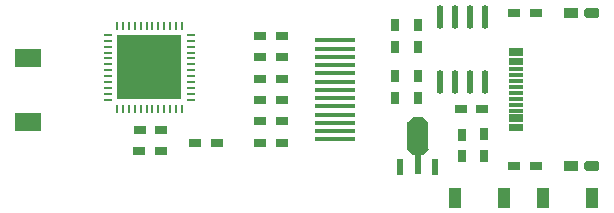
<source format=gtp>
G04*
G04 #@! TF.GenerationSoftware,Altium Limited,Altium Designer,21.8.1 (53)*
G04*
G04 Layer_Color=8421504*
%FSLAX25Y25*%
%MOIN*%
G70*
G04*
G04 #@! TF.SameCoordinates,F7FF72C4-72FB-41D8-A861-7DFCE6F03B73*
G04*
G04*
G04 #@! TF.FilePolarity,Positive*
G04*
G01*
G75*
%ADD15R,0.03150X0.04000*%
%ADD16R,0.04000X0.03150*%
%ADD17R,0.04000X0.03000*%
%ADD18R,0.03000X0.04000*%
%ADD19R,0.04528X0.01181*%
%ADD20R,0.04520X0.01180*%
%ADD21R,0.03937X0.06693*%
%ADD22O,0.02260X0.08014*%
G04:AMPARAMS|DCode=23|XSize=125mil|YSize=70mil|CornerRadius=0mil|HoleSize=0mil|Usage=FLASHONLY|Rotation=90.000|XOffset=0mil|YOffset=0mil|HoleType=Round|Shape=Octagon|*
%AMOCTAGOND23*
4,1,8,0.01750,0.06250,-0.01750,0.06250,-0.03500,0.04500,-0.03500,-0.04500,-0.01750,-0.06250,0.01750,-0.06250,0.03500,-0.04500,0.03500,0.04500,0.01750,0.06250,0.0*
%
%ADD23OCTAGOND23*%

%ADD24R,0.02362X0.05512*%
%ADD25R,0.02362X0.07087*%
%ADD26R,0.08661X0.05906*%
G04:AMPARAMS|DCode=27|XSize=50mil|YSize=35mil|CornerRadius=0mil|HoleSize=0mil|Usage=FLASHONLY|Rotation=0.000|XOffset=0mil|YOffset=0mil|HoleType=Round|Shape=Octagon|*
%AMOCTAGOND27*
4,1,8,0.02500,-0.00875,0.02500,0.00875,0.01625,0.01750,-0.01625,0.01750,-0.02500,0.00875,-0.02500,-0.00875,-0.01625,-0.01750,0.01625,-0.01750,0.02500,-0.00875,0.0*
%
%ADD27OCTAGOND27*%

%ADD28R,0.05000X0.03500*%
%ADD29R,0.13780X0.01575*%
%ADD30R,0.01102X0.03150*%
%ADD31R,0.03150X0.01102*%
%ADD32R,0.21260X0.21260*%
D15*
X574000Y211250D02*
D03*
Y203950D02*
D03*
X566600Y211250D02*
D03*
Y203950D02*
D03*
D16*
X528675Y193200D02*
D03*
X521375D02*
D03*
X613500Y164200D02*
D03*
X606200D02*
D03*
X528700Y186100D02*
D03*
X521400D02*
D03*
X507250Y171800D02*
D03*
X499950D02*
D03*
X528675Y200300D02*
D03*
X521375D02*
D03*
X613500Y215000D02*
D03*
X606200D02*
D03*
D17*
X595600Y183000D02*
D03*
X588300D02*
D03*
X521400Y171900D02*
D03*
X528700D02*
D03*
X481200Y169200D02*
D03*
X488500D02*
D03*
X528675Y207400D02*
D03*
X521375D02*
D03*
X481300Y176200D02*
D03*
X488600D02*
D03*
X528650Y179000D02*
D03*
X521350D02*
D03*
D18*
X566600Y194000D02*
D03*
Y186700D02*
D03*
X596200Y167350D02*
D03*
Y174650D02*
D03*
X574000Y194000D02*
D03*
Y186700D02*
D03*
X588800Y167300D02*
D03*
Y174600D02*
D03*
D19*
X606757Y202689D02*
D03*
Y201508D02*
D03*
X606756Y199540D02*
D03*
Y198358D02*
D03*
X606757Y196390D02*
D03*
Y192453D02*
D03*
X606763Y190484D02*
D03*
X606757Y188516D02*
D03*
X606764Y186546D02*
D03*
X606755Y184579D02*
D03*
X606773Y180642D02*
D03*
Y179461D02*
D03*
X606763Y177492D02*
D03*
Y176311D02*
D03*
D20*
X606757Y194421D02*
D03*
X606757Y182610D02*
D03*
D21*
X586332Y153500D02*
D03*
X602868D02*
D03*
X632268D02*
D03*
X615732D02*
D03*
D22*
X581620Y192103D02*
D03*
X586620D02*
D03*
X591620D02*
D03*
X596620D02*
D03*
X581620Y213897D02*
D03*
X586620D02*
D03*
X591620D02*
D03*
X596620D02*
D03*
D23*
X574000Y174000D02*
D03*
D24*
X568094Y163913D02*
D03*
X579906D02*
D03*
D25*
X574000Y164701D02*
D03*
D26*
X444000Y178909D02*
D03*
Y200091D02*
D03*
D27*
X632000Y164200D02*
D03*
Y215000D02*
D03*
D28*
X625000Y164200D02*
D03*
Y215000D02*
D03*
D29*
X546500Y172965D02*
D03*
D03*
Y175720D02*
D03*
Y178476D02*
D03*
Y181232D02*
D03*
Y183988D02*
D03*
Y186744D02*
D03*
Y189500D02*
D03*
Y192256D02*
D03*
Y195012D02*
D03*
Y197768D02*
D03*
Y200523D02*
D03*
Y203279D02*
D03*
Y206035D02*
D03*
D30*
X473800Y183241D02*
D03*
X475769Y183241D02*
D03*
X477737Y183241D02*
D03*
X479706Y183241D02*
D03*
X481674Y183241D02*
D03*
X483643Y183241D02*
D03*
X485611Y183241D02*
D03*
X487580Y183241D02*
D03*
X489548Y183241D02*
D03*
X491517Y183241D02*
D03*
X493485Y183241D02*
D03*
X495454Y183241D02*
D03*
X495454Y210800D02*
D03*
X493485Y210800D02*
D03*
X491517Y210800D02*
D03*
X489548Y210800D02*
D03*
X487580Y210800D02*
D03*
X485611Y210800D02*
D03*
X483643Y210801D02*
D03*
X481674Y210800D02*
D03*
X479706Y210801D02*
D03*
X477737Y210800D02*
D03*
X475769Y210801D02*
D03*
X473800Y210800D02*
D03*
D31*
X498407Y186195D02*
D03*
X498406Y188164D02*
D03*
X498407Y190132D02*
D03*
X498406Y192101D02*
D03*
X498407Y194069D02*
D03*
X498406Y196038D02*
D03*
X498407Y198006D02*
D03*
X498406Y199975D02*
D03*
X498407Y201943D02*
D03*
X498406Y203912D02*
D03*
X498407Y205880D02*
D03*
X498406Y207849D02*
D03*
X470847Y207849D02*
D03*
X470848Y205880D02*
D03*
X470847Y203912D02*
D03*
X470848Y201943D02*
D03*
X470847Y199975D02*
D03*
X470848Y198006D02*
D03*
X470847Y196038D02*
D03*
X470848Y194069D02*
D03*
X470847Y192101D02*
D03*
X470848Y190132D02*
D03*
X470847Y188164D02*
D03*
X470848Y186195D02*
D03*
D32*
X484627Y197021D02*
D03*
M02*

</source>
